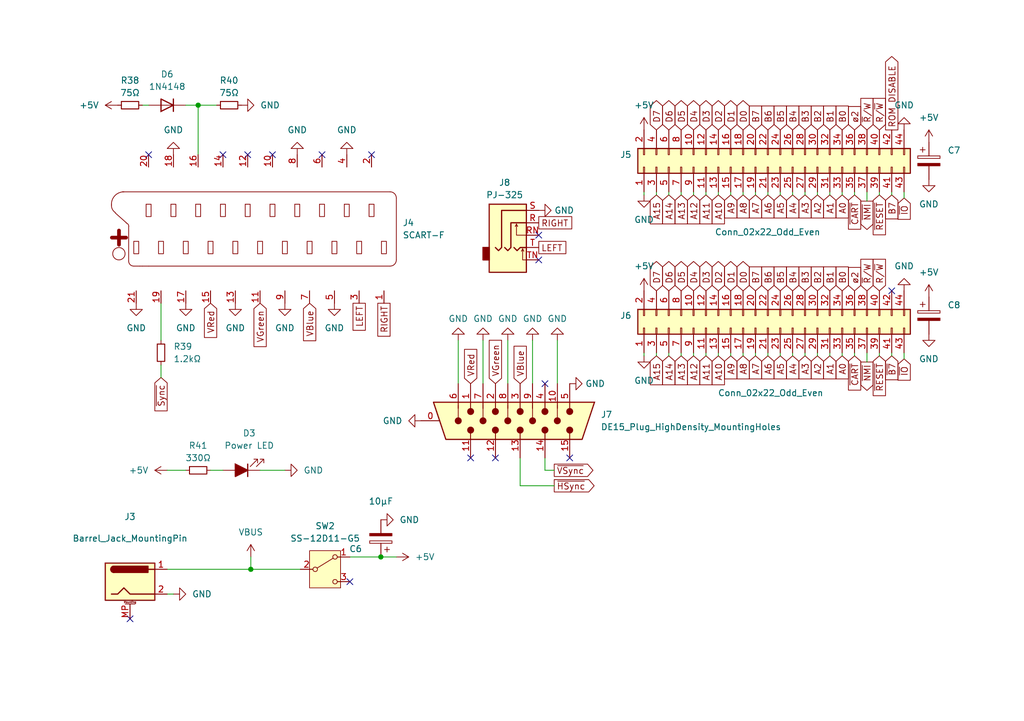
<source format=kicad_sch>
(kicad_sch (version 20231120) (generator "eeschema") (generator_version "8.0")
  (paper "A5")
  (title_block (title "Ports"))
  (lib_symbols
    (symbol "Connector:Barrel_Jack_MountingPin" (pin_names hide)
      (property "Reference" "J" (at 0 5.334 0))
      (property "Value" "Barrel_Jack_MountingPin" (at 1.27 -6.35 0))
      (symbol "Barrel_Jack_MountingPin_0_1"
        (rectangle (start -5.08 3.81) (end 5.08 -3.81) (stroke (width 0.254)) (fill (type background)))
        (arc (start -3.302 3.175) (mid -3.9343 2.54) (end -3.302 1.905) (stroke (width 0.254)))
        (arc (start -3.302 3.175) (mid -3.9343 2.54) (end -3.302 1.905) (stroke (width 0.254)) (fill (type outline)))
        (polyline (pts (xy 5.08 2.54) (xy 3.81 2.54)) (stroke (width 0.254)))
        (polyline (pts (xy -3.81 -2.54) (xy -2.54 -2.54) (xy -1.27 -1.27) (xy 0 -2.54) (xy 2.54 -2.54) (xy 5.08 -2.54)) (stroke (width 0.254)))
        (rectangle (start 3.683 3.175) (end -3.302 1.905) (stroke (width 0.254)) (fill (type outline)))
      )
      (symbol "Barrel_Jack_MountingPin_1_1"
        (polyline (pts (xy -1.016 -4.572) (xy 1.016 -4.572)) (stroke (width 0.1524)))
        (text "Mounting" (at 0 -4.191 0) (effects (font (size 0.381 0.381))))
        (pin passive line (at 7.62 2.54 180) (length 2.54) (name "~") (number "1"))
        (pin passive line (at 7.62 -2.54 180) (length 2.54) (name "~") (number "2"))
        (pin passive line (at 0 -7.62 90) (length 3.048) (name "MountPin") (number "MP"))
      )
    )
    (symbol "Connector:DE15_Plug_HighDensity_MountingHoles" (pin_names (offset 1.016) hide)
      (property "Reference" "J" (at 0 21.59 0))
      (property "Value" "DE15_Plug_HighDensity_MountingHoles" (at 0 19.05 0))
      (symbol "DE15_Plug_HighDensity_MountingHoles_0_1"
        (circle (center -1.905 -7.62) (radius 0.635) (fill (type outline)))
        (circle (center -1.905 -2.54) (radius 0.635) (fill (type outline)))
        (circle (center -1.905 2.54) (radius 0.635) (fill (type outline)))
        (circle (center -1.905 7.62) (radius 0.635) (fill (type outline)))
        (circle (center -1.905 12.7) (radius 0.635) (fill (type outline)))
        (circle (center 0 -10.16) (radius 0.635) (fill (type outline)))
        (circle (center 0 -5.08) (radius 0.635) (fill (type outline)))
        (polyline (pts (xy -3.175 -5.08) (xy -0.635 -5.08)))
        (polyline (pts (xy -0.635 -10.16) (xy -3.175 -10.16)))
        (polyline (pts (xy -0.635 0) (xy -3.175 0)))
        (polyline (pts (xy -0.635 5.08) (xy -3.175 5.08)))
        (polyline (pts (xy -0.635 10.16) (xy -3.175 10.16)))
        (polyline (pts (xy -3.81 17.78) (xy -3.81 -15.24) (xy 3.81 -12.7) (xy 3.81 15.24) (xy -3.81 17.78)) (stroke (width 0.254)) (fill (type background)))
        (circle (center 0 0) (radius 0.635) (fill (type outline)))
        (circle (center 0 5.08) (radius 0.635) (fill (type outline)))
        (circle (center 0 10.16) (radius 0.635) (fill (type outline)))
        (circle (center 1.905 -7.62) (radius 0.635) (fill (type outline)))
        (circle (center 1.905 -2.54) (radius 0.635) (fill (type outline)))
        (circle (center 1.905 2.54) (radius 0.635) (fill (type outline)))
        (circle (center 1.905 7.62) (radius 0.635) (fill (type outline)))
        (circle (center 1.905 12.7) (radius 0.635) (fill (type outline)))
      )
      (symbol "DE15_Plug_HighDensity_MountingHoles_1_1"
        (pin passive line (at 0 -17.78 90) (length 3.81) (name "~") (number "0"))
        (pin passive line (at -7.62 -7.62 0) (length 5.08) (name "~") (number "1"))
        (pin passive line (at -7.62 10.16 0) (length 5.08) (name "~") (number "10"))
        (pin passive line (at 7.62 -7.62 180) (length 5.08) (name "~") (number "11"))
        (pin passive line (at 7.62 -2.54 180) (length 5.08) (name "~") (number "12"))
        (pin passive line (at 7.62 2.54 180) (length 5.08) (name "~") (number "13"))
        (pin passive line (at 7.62 7.62 180) (length 5.08) (name "~") (number "14"))
        (pin passive line (at 7.62 12.7 180) (length 5.08) (name "~") (number "15"))
        (pin passive line (at -7.62 -2.54 0) (length 5.08) (name "~") (number "2"))
        (pin passive line (at -7.62 2.54 0) (length 5.08) (name "~") (number "3"))
        (pin passive line (at -7.62 7.62 0) (length 5.08) (name "~") (number "4"))
        (pin passive line (at -7.62 12.7 0) (length 5.08) (name "~") (number "5"))
        (pin passive line (at -7.62 -10.16 0) (length 5.08) (name "~") (number "6"))
        (pin passive line (at -7.62 -5.08 0) (length 5.08) (name "~") (number "7"))
        (pin passive line (at -7.62 0 0) (length 5.08) (name "~") (number "8"))
        (pin passive line (at -7.62 5.08 0) (length 5.08) (name "~") (number "9"))
      )
    )
    (symbol "Connector:SCART-F" (pin_names (offset 0.762) hide)
      (property "Reference" "J" (at 0 31.75 0))
      (property "Value" "SCART-F" (at 1.016 -29.21 0))
      (symbol "SCART-F_0_1"
        (arc (start -7.62 -26.67) (mid -7.248 -27.568) (end -6.35 -27.94))
        (arc (start -6.604 26.9494) (mid -7.3224 26.6518) (end -7.62 25.9334))
        (rectangle (start -5.08 -24.892) (end -2.54 -25.908))
        (rectangle (start -5.08 -19.812) (end -2.54 -20.828))
        (rectangle (start -5.08 -14.732) (end -2.54 -15.748))
        (rectangle (start -5.08 -9.652) (end -2.54 -10.668))
        (rectangle (start -5.08 -4.572) (end -2.54 -5.588))
        (rectangle (start -5.08 0.508) (end -2.54 -0.508))
        (rectangle (start -5.08 5.588) (end -2.54 4.572))
        (rectangle (start -5.08 10.668) (end -2.54 9.652))
        (rectangle (start -5.08 15.748) (end -2.54 14.732))
        (rectangle (start -5.08 20.828) (end -2.54 19.812))
        (rectangle (start -5.08 25.908) (end -2.54 24.892))
        (circle (center -5.08 28.956) (radius 1.27))
        (polyline (pts (xy -7.62 22.86) (xy -7.62 -26.67)))
        (polyline (pts (xy -7.62 22.86) (xy -7.62 24.13)))
        (polyline (pts (xy -7.62 24.6634) (xy -7.62 24.13)))
        (polyline (pts (xy -7.62 24.6634) (xy -7.62 25.9334)))
        (polyline (pts (xy -6.604 26.9494) (xy 0.508 26.9494)))
        (polyline (pts (xy -6.35 -27.94) (xy 6.35 -27.94)))
        (polyline (pts (xy 3.302 29.718) (xy 1.27 27.432)))
        (polyline (pts (xy 4.826 30.48) (xy 5.08 30.48)))
        (polyline (pts (xy 7.62 -26.67) (xy 7.62 28.2194)))
        (arc (start 0.508 26.924) (mid 0.9569 27.0702) (end 1.2192 27.4574))
        (rectangle (start 2.54 -22.352) (end 5.08 -23.368))
        (rectangle (start 2.54 -17.272) (end 5.08 -18.288))
        (rectangle (start 2.54 -12.192) (end 5.08 -13.208))
        (rectangle (start 2.54 -7.112) (end 5.08 -8.128))
        (rectangle (start 2.54 -2.032) (end 5.08 -3.048))
        (rectangle (start 2.54 3.048) (end 5.08 2.032))
        (rectangle (start 2.54 8.128) (end 5.08 7.112))
        (rectangle (start 2.54 13.208) (end 5.08 12.192))
        (rectangle (start 2.54 18.288) (end 5.08 17.272))
        (rectangle (start 2.54 23.368) (end 5.08 22.352))
        (arc (start 4.826 30.48) (mid 3.999 30.2726) (end 3.3782 29.6926))
        (arc (start 6.35 -27.94) (mid 7.248 -27.568) (end 7.62 -26.67))
        (arc (start 7.62 27.94) (mid 6.8761 29.7361) (end 5.08 30.48))
        (text "+" (at -1.778 29.21 0) (effects (font (size 3.81 3.81) (bold yes))))
      )
      (symbol "SCART-F_1_1"
        (pin passive line (at -15.24 -25.4 0) (length 2.54) (name "P1") (number "1"))
        (pin passive line (at 15.24 -2.54 180) (length 2.54) (name "P10") (number "10"))
        (pin passive line (at -15.24 0 0) (length 2.54) (name "P11") (number "11"))
        (pin passive line (at 15.24 2.54 180) (length 2.54) (name "P12") (number "12"))
        (pin passive line (at -15.24 5.08 0) (length 2.54) (name "P13") (number "13"))
        (pin passive line (at 15.24 7.62 180) (length 2.54) (name "P14") (number "14"))
        (pin passive line (at -15.24 10.16 0) (length 2.54) (name "P15") (number "15"))
        (pin passive line (at 15.24 12.7 180) (length 2.54) (name "P16") (number "16"))
        (pin passive line (at -15.24 15.24 0) (length 2.54) (name "P17") (number "17"))
        (pin passive line (at 15.24 17.78 180) (length 2.54) (name "P18") (number "18"))
        (pin passive line (at -15.24 20.32 0) (length 2.54) (name "P19") (number "19"))
        (pin passive line (at 15.24 -22.86 180) (length 2.54) (name "P2") (number "2"))
        (pin passive line (at 15.24 22.86 180) (length 2.54) (name "P20") (number "20"))
        (pin passive line (at -15.24 25.4 0) (length 2.54) (name "P21") (number "21"))
        (pin passive line (at -15.24 -20.32 0) (length 2.54) (name "P3") (number "3"))
        (pin passive line (at 15.24 -17.78 180) (length 2.54) (name "P4") (number "4"))
        (pin passive line (at -15.24 -15.24 0) (length 2.54) (name "P5") (number "5"))
        (pin passive line (at 15.24 -12.7 180) (length 2.54) (name "P6") (number "6"))
        (pin passive line (at -15.24 -10.16 0) (length 2.54) (name "P7") (number "7"))
        (pin passive line (at 15.24 -7.62 180) (length 2.54) (name "P8") (number "8"))
        (pin passive line (at -15.24 -5.08 0) (length 2.54) (name "P9") (number "9"))
      )
    )
    (symbol "Connector_Audio:AudioJack3_SwitchTR"
      (property "Reference" "J" (at 0 8.89 0))
      (property "Value" "AudioJack3_SwitchTR" (at 0 6.35 0))
      (symbol "AudioJack3_SwitchTR_0_1"
        (rectangle (start -5.08 -5.08) (end -6.35 -7.62) (stroke (width 0.254)) (fill (type outline)))
        (polyline (pts (xy 0.508 -0.254) (xy 0.762 -0.762)))
        (polyline (pts (xy 1.778 -5.334) (xy 2.032 -5.842)))
        (polyline (pts (xy 0 -5.08) (xy 0.635 -5.715) (xy 1.27 -5.08) (xy 2.54 -5.08)) (stroke (width 0.254)))
        (polyline (pts (xy 2.54 -7.62) (xy 1.778 -7.62) (xy 1.778 -5.334) (xy 1.524 -5.842)))
        (polyline (pts (xy 2.54 -2.54) (xy 0.508 -2.54) (xy 0.508 -0.254) (xy 0.254 -0.762)))
        (polyline (pts (xy -1.905 -5.08) (xy -1.27 -5.715) (xy -0.635 -5.08) (xy -0.635 0) (xy 2.54 0)) (stroke (width 0.254)))
        (polyline (pts (xy 2.54 2.54) (xy -2.54 2.54) (xy -2.54 -5.08) (xy -3.175 -5.715) (xy -3.81 -5.08)) (stroke (width 0.254)))
        (rectangle (start 2.54 3.81) (end -5.08 -10.16) (stroke (width 0.254)) (fill (type background)))
      )
      (symbol "AudioJack3_SwitchTR_1_1"
        (pin passive line (at 5.08 0 180) (length 2.54) (name "~") (number "R"))
        (pin passive line (at 5.08 -2.54 180) (length 2.54) (name "~") (number "RN"))
        (pin passive line (at 5.08 2.54 180) (length 2.54) (name "~") (number "S"))
        (pin passive line (at 5.08 -5.08 180) (length 2.54) (name "~") (number "T"))
        (pin passive line (at 5.08 -7.62 180) (length 2.54) (name "~") (number "TN"))
      )
    )
    (symbol "Connector_Generic:Conn_02x22_Odd_Even" (pin_names (offset 1.016) hide)
      (property "Reference" "J" (at 1.27 27.94 0))
      (property "Value" "Conn_02x22_Odd_Even" (at 1.27 -30.48 0))
      (symbol "Conn_02x22_Odd_Even_1_1"
        (rectangle (start -1.27 -27.813) (end 0 -28.067) (stroke (width 0.1524)))
        (rectangle (start -1.27 -25.273) (end 0 -25.527) (stroke (width 0.1524)))
        (rectangle (start -1.27 -22.733) (end 0 -22.987) (stroke (width 0.1524)))
        (rectangle (start -1.27 -20.193) (end 0 -20.447) (stroke (width 0.1524)))
        (rectangle (start -1.27 -17.653) (end 0 -17.907) (stroke (width 0.1524)))
        (rectangle (start -1.27 -15.113) (end 0 -15.367) (stroke (width 0.1524)))
        (rectangle (start -1.27 -12.573) (end 0 -12.827) (stroke (width 0.1524)))
        (rectangle (start -1.27 -10.033) (end 0 -10.287) (stroke (width 0.1524)))
        (rectangle (start -1.27 -7.493) (end 0 -7.747) (stroke (width 0.1524)))
        (rectangle (start -1.27 -4.953) (end 0 -5.207) (stroke (width 0.1524)))
        (rectangle (start -1.27 -2.413) (end 0 -2.667) (stroke (width 0.1524)))
        (rectangle (start -1.27 0.127) (end 0 -0.127) (stroke (width 0.1524)))
        (rectangle (start -1.27 2.667) (end 0 2.413) (stroke (width 0.1524)))
        (rectangle (start -1.27 5.207) (end 0 4.953) (stroke (width 0.1524)))
        (rectangle (start -1.27 7.747) (end 0 7.493) (stroke (width 0.1524)))
        (rectangle (start -1.27 10.287) (end 0 10.033) (stroke (width 0.1524)))
        (rectangle (start -1.27 12.827) (end 0 12.573) (stroke (width 0.1524)))
        (rectangle (start -1.27 15.367) (end 0 15.113) (stroke (width 0.1524)))
        (rectangle (start -1.27 17.907) (end 0 17.653) (stroke (width 0.1524)))
        (rectangle (start -1.27 20.447) (end 0 20.193) (stroke (width 0.1524)))
        (rectangle (start -1.27 22.987) (end 0 22.733) (stroke (width 0.1524)))
        (rectangle (start -1.27 25.527) (end 0 25.273) (stroke (width 0.1524)))
        (rectangle (start -1.27 26.67) (end 3.81 -29.21) (stroke (width 0.254)) (fill (type background)))
        (rectangle (start 3.81 -27.813) (end 2.54 -28.067) (stroke (width 0.1524)))
        (rectangle (start 3.81 -25.273) (end 2.54 -25.527) (stroke (width 0.1524)))
        (rectangle (start 3.81 -22.733) (end 2.54 -22.987) (stroke (width 0.1524)))
        (rectangle (start 3.81 -20.193) (end 2.54 -20.447) (stroke (width 0.1524)))
        (rectangle (start 3.81 -17.653) (end 2.54 -17.907) (stroke (width 0.1524)))
        (rectangle (start 3.81 -15.113) (end 2.54 -15.367) (stroke (width 0.1524)))
        (rectangle (start 3.81 -12.573) (end 2.54 -12.827) (stroke (width 0.1524)))
        (rectangle (start 3.81 -10.033) (end 2.54 -10.287) (stroke (width 0.1524)))
        (rectangle (start 3.81 -7.493) (end 2.54 -7.747) (stroke (width 0.1524)))
        (rectangle (start 3.81 -4.953) (end 2.54 -5.207) (stroke (width 0.1524)))
        (rectangle (start 3.81 -2.413) (end 2.54 -2.667) (stroke (width 0.1524)))
        (rectangle (start 3.81 0.127) (end 2.54 -0.127) (stroke (width 0.1524)))
        (rectangle (start 3.81 2.667) (end 2.54 2.413) (stroke (width 0.1524)))
        (rectangle (start 3.81 5.207) (end 2.54 4.953) (stroke (width 0.1524)))
        (rectangle (start 3.81 7.747) (end 2.54 7.493) (stroke (width 0.1524)))
        (rectangle (start 3.81 10.287) (end 2.54 10.033) (stroke (width 0.1524)))
        (rectangle (start 3.81 12.827) (end 2.54 12.573) (stroke (width 0.1524)))
        (rectangle (start 3.81 15.367) (end 2.54 15.113) (stroke (width 0.1524)))
        (rectangle (start 3.81 17.907) (end 2.54 17.653) (stroke (width 0.1524)))
        (rectangle (start 3.81 20.447) (end 2.54 20.193) (stroke (width 0.1524)))
        (rectangle (start 3.81 22.987) (end 2.54 22.733) (stroke (width 0.1524)))
        (rectangle (start 3.81 25.527) (end 2.54 25.273) (stroke (width 0.1524)))
        (pin passive line (at -5.08 25.4 0) (length 3.81) (name "Pin_1") (number "1"))
        (pin passive line (at 7.62 15.24 180) (length 3.81) (name "Pin_10") (number "10"))
        (pin passive line (at -5.08 12.7 0) (length 3.81) (name "Pin_11") (number "11"))
        (pin passive line (at 7.62 12.7 180) (length 3.81) (name "Pin_12") (number "12"))
        (pin passive line (at -5.08 10.16 0) (length 3.81) (name "Pin_13") (number "13"))
        (pin passive line (at 7.62 10.16 180) (length 3.81) (name "Pin_14") (number "14"))
        (pin passive line (at -5.08 7.62 0) (length 3.81) (name "Pin_15") (number "15"))
        (pin passive line (at 7.62 7.62 180) (length 3.81) (name "Pin_16") (number "16"))
        (pin passive line (at -5.08 5.08 0) (length 3.81) (name "Pin_17") (number "17"))
        (pin passive line (at 7.62 5.08 180) (length 3.81) (name "Pin_18") (number "18"))
        (pin passive line (at -5.08 2.54 0) (length 3.81) (name "Pin_19") (number "19"))
        (pin passive line (at 7.62 25.4 180) (length 3.81) (name "Pin_2") (number "2"))
        (pin passive line (at 7.62 2.54 180) (length 3.81) (name "Pin_20") (number "20"))
        (pin passive line (at -5.08 0 0) (length 3.81) (name "Pin_21") (number "21"))
        (pin passive line (at 7.62 0 180) (length 3.81) (name "Pin_22") (number "22"))
        (pin passive line (at -5.08 -2.54 0) (length 3.81) (name "Pin_23") (number "23"))
        (pin passive line (at 7.62 -2.54 180) (length 3.81) (name "Pin_24") (number "24"))
        (pin passive line (at -5.08 -5.08 0) (length 3.81) (name "Pin_25") (number "25"))
        (pin passive line (at 7.62 -5.08 180) (length 3.81) (name "Pin_26") (number "26"))
        (pin passive line (at -5.08 -7.62 0) (length 3.81) (name "Pin_27") (number "27"))
        (pin passive line (at 7.62 -7.62 180) (length 3.81) (name "Pin_28") (number "28"))
        (pin passive line (at -5.08 -10.16 0) (length 3.81) (name "Pin_29") (number "29"))
        (pin passive line (at -5.08 22.86 0) (length 3.81) (name "Pin_3") (number "3"))
        (pin passive line (at 7.62 -10.16 180) (length 3.81) (name "Pin_30") (number "30"))
        (pin passive line (at -5.08 -12.7 0) (length 3.81) (name "Pin_31") (number "31"))
        (pin passive line (at 7.62 -12.7 180) (length 3.81) (name "Pin_32") (number "32"))
        (pin passive line (at -5.08 -15.24 0) (length 3.81) (name "Pin_33") (number "33"))
        (pin passive line (at 7.62 -15.24 180) (length 3.81) (name "Pin_34") (number "34"))
        (pin passive line (at -5.08 -17.78 0) (length 3.81) (name "Pin_35") (number "35"))
        (pin passive line (at 7.62 -17.78 180) (length 3.81) (name "Pin_36") (number "36"))
        (pin passive line (at -5.08 -20.32 0) (length 3.81) (name "Pin_37") (number "37"))
        (pin passive line (at 7.62 -20.32 180) (length 3.81) (name "Pin_38") (number "38"))
        (pin passive line (at -5.08 -22.86 0) (length 3.81) (name "Pin_39") (number "39"))
        (pin passive line (at 7.62 22.86 180) (length 3.81) (name "Pin_4") (number "4"))
        (pin passive line (at 7.62 -22.86 180) (length 3.81) (name "Pin_40") (number "40"))
        (pin passive line (at -5.08 -25.4 0) (length 3.81) (name "Pin_41") (number "41"))
        (pin passive line (at 7.62 -25.4 180) (length 3.81) (name "Pin_42") (number "42"))
        (pin passive line (at -5.08 -27.94 0) (length 3.81) (name "Pin_43") (number "43"))
        (pin passive line (at 7.62 -27.94 180) (length 3.81) (name "Pin_44") (number "44"))
        (pin passive line (at -5.08 20.32 0) (length 3.81) (name "Pin_5") (number "5"))
        (pin passive line (at 7.62 20.32 180) (length 3.81) (name "Pin_6") (number "6"))
        (pin passive line (at -5.08 17.78 0) (length 3.81) (name "Pin_7") (number "7"))
        (pin passive line (at 7.62 17.78 180) (length 3.81) (name "Pin_8") (number "8"))
        (pin passive line (at -5.08 15.24 0) (length 3.81) (name "Pin_9") (number "9"))
      )
    )
    (symbol "Device:C_Polarized" (pin_numbers hide) (pin_names (offset 0.254))
      (property "Reference" "C" (at 0.635 2.54 0))
      (property "Value" "C_Polarized" (at 0.635 -2.54 0))
      (symbol "C_Polarized_0_1"
        (rectangle (start -2.286 0.508) (end 2.286 1.016))
        (polyline (pts (xy -1.778 2.286) (xy -0.762 2.286)))
        (polyline (pts (xy -1.27 2.794) (xy -1.27 1.778)))
        (rectangle (start 2.286 -0.508) (end -2.286 -1.016) (fill (type outline)))
      )
      (symbol "C_Polarized_1_1"
        (pin passive line (at 0 3.81 270) (length 2.794) (name "~") (number "1"))
        (pin passive line (at 0 -3.81 90) (length 2.794) (name "~") (number "2"))
      )
    )
    (symbol "Device:LED_Filled" (pin_numbers hide) (pin_names (offset 1.016) hide)
      (property "Reference" "D" (at 0 2.54 0))
      (property "Value" "LED_Filled" (at 0 -2.54 0))
      (symbol "LED_Filled_0_1"
        (polyline (pts (xy -1.27 -1.27) (xy -1.27 1.27)) (stroke (width 0.254)))
        (polyline (pts (xy -1.27 0) (xy 1.27 0)))
        (polyline (pts (xy 1.27 -1.27) (xy 1.27 1.27) (xy -1.27 0) (xy 1.27 -1.27)) (stroke (width 0.254)) (fill (type outline)))
        (polyline (pts (xy -3.048 -0.762) (xy -4.572 -2.286) (xy -3.81 -2.286) (xy -4.572 -2.286) (xy -4.572 -1.524)))
        (polyline (pts (xy -1.778 -0.762) (xy -3.302 -2.286) (xy -2.54 -2.286) (xy -3.302 -2.286) (xy -3.302 -1.524)))
      )
      (symbol "LED_Filled_1_1"
        (pin passive line (at -3.81 0 0) (length 2.54) (name "K") (number "1"))
        (pin passive line (at 3.81 0 180) (length 2.54) (name "A") (number "2"))
      )
    )
    (symbol "Device:R_Small" (pin_numbers hide) (pin_names (offset 0.254) hide)
      (property "Reference" "R" (at 0.762 0.508 0))
      (property "Value" "R_Small" (at 0.762 -1.016 0))
      (symbol "R_Small_0_1"
        (rectangle (start -0.762 1.778) (end 0.762 -1.778) (stroke (width 0.2032)))
      )
      (symbol "R_Small_1_1"
        (pin passive line (at 0 2.54 270) (length 0.762) (name "~") (number "1"))
        (pin passive line (at 0 -2.54 90) (length 0.762) (name "~") (number "2"))
      )
    )
    (symbol "Diode:1N4148" (pin_numbers hide) (pin_names hide)
      (property "Reference" "D" (at 0 2.54 0))
      (property "Value" "1N4148" (at 0 -2.54 0))
      (symbol "1N4148_0_1"
        (polyline (pts (xy -1.27 1.27) (xy -1.27 -1.27)) (stroke (width 0.254)))
        (polyline (pts (xy 1.27 0) (xy -1.27 0)))
        (polyline (pts (xy 1.27 1.27) (xy 1.27 -1.27) (xy -1.27 0) (xy 1.27 1.27)) (stroke (width 0.254)))
      )
      (symbol "1N4148_1_1"
        (pin passive line (at -3.81 0 0) (length 2.54) (name "K") (number "1"))
        (pin passive line (at 3.81 0 180) (length 2.54) (name "A") (number "2"))
      )
    )
    (symbol "Switch:SW_SPDT" (pin_names (offset 0) hide)
      (property "Reference" "SW" (at 0 5.08 0))
      (property "Value" "SW_SPDT" (at 0 -5.08 0))
      (symbol "SW_SPDT_0_1"
        (circle (center -2.032 0) (radius 0.4572))
        (polyline (pts (xy -1.651 0.254) (xy 1.651 2.286)))
        (circle (center 2.032 -2.54) (radius 0.4572))
        (circle (center 2.032 2.54) (radius 0.4572))
      )
      (symbol "SW_SPDT_1_1"
        (rectangle (start -3.175 3.81) (end 3.175 -3.81) (fill (type background)))
        (pin passive line (at 5.08 2.54 180) (length 2.54) (name "A") (number "1"))
        (pin passive line (at -5.08 0 0) (length 2.54) (name "B") (number "2"))
        (pin passive line (at 5.08 -2.54 180) (length 2.54) (name "C") (number "3"))
      )
    )
    (symbol "power:+5V" (power) (pin_names (offset 0))
      (property "Value" "+5V" (at 0 3.556 0))
      (symbol "+5V_0_1"
        (polyline (pts (xy -0.762 1.27) (xy 0 2.54)))
        (polyline (pts (xy 0 0) (xy 0 2.54)))
        (polyline (pts (xy 0 2.54) (xy 0.762 1.27)))
      )
      (symbol "+5V_1_1"
        (pin power_in line (at 0 0 90) (length 0) hide (name "+5V") (number "1"))
      )
    )
    (symbol "power:GND" (power) (pin_names (offset 0))
      (property "Value" "GND" (at 0 -3.81 0))
      (symbol "GND_0_1"
        (polyline (pts (xy 0 0) (xy 0 -1.27) (xy 1.27 -1.27) (xy 0 -2.54) (xy -1.27 -1.27) (xy 0 -1.27)))
      )
      (symbol "GND_1_1"
        (pin power_in line (at 0 0 270) (length 0) hide (name "GND") (number "1"))
      )
    )
    (symbol "power:VBUS" (power) (pin_names (offset 0))
      (property "Value" "VBUS" (at 0 3.81 0))
      (symbol "VBUS_0_1"
        (polyline (pts (xy -0.762 1.27) (xy 0 2.54)))
        (polyline (pts (xy 0 0) (xy 0 2.54)))
        (polyline (pts (xy 0 2.54) (xy 0.762 1.27)))
      )
      (symbol "VBUS_1_1"
        (pin power_in line (at 0 0 90) (length 0) hide (name "VBUS") (number "1"))
      )
    )
  )
  (junction (at 40.64 21.59))
  (junction (at 51.435 116.84))
  (junction (at 78.105 114.3))
  (no_connect (at 101.6 93.98))
  (no_connect (at 110.49 48.26))
  (no_connect (at 182.88 59.69))
  (no_connect (at 66.04 31.75))
  (no_connect (at 55.88 31.75))
  (no_connect (at 50.8 31.75))
  (no_connect (at 26.67 127))
  (no_connect (at 71.755 119.38))
  (no_connect (at 96.52 93.98))
  (no_connect (at 111.76 78.74))
  (no_connect (at 116.84 93.98))
  (no_connect (at 110.49 53.34))
  (no_connect (at 30.48 31.75))
  (no_connect (at 76.2 31.75))
  (no_connect (at 45.72 31.75))
  (wire (pts (xy 177.8 41.275) (xy 177.8 39.37)))
  (wire (pts (xy 147.32 39.37) (xy 147.32 40.005)))
  (wire (pts (xy 170.18 39.37) (xy 170.18 40.005)))
  (wire (pts (xy 157.48 39.37) (xy 157.48 40.005)))
  (wire (pts (xy 180.34 72.39) (xy 180.34 73.025)))
  (wire (pts (xy 182.88 39.37) (xy 182.88 40.005)))
  (wire (pts (xy 157.48 72.39) (xy 157.48 73.025)))
  (wire (pts (xy 165.1 72.39) (xy 165.1 73.025)))
  (wire (pts (xy 144.78 72.39) (xy 144.78 73.025)))
  (wire (pts (xy 71.755 114.3) (xy 78.105 114.3)))
  (wire (pts (xy 177.8 74.295) (xy 177.8 72.39)))
  (wire (pts (xy 40.64 21.59) (xy 44.45 21.59)))
  (wire (pts (xy 172.72 72.39) (xy 172.72 73.025)))
  (wire (pts (xy 142.24 39.37) (xy 142.24 40.005)))
  (wire (pts (xy 113.665 96.52) (xy 111.76 96.52)))
  (wire (pts (xy 134.62 72.39) (xy 134.62 73.025)))
  (wire (pts (xy 170.18 72.39) (xy 170.18 73.025)))
  (wire (pts (xy 162.56 39.37) (xy 162.56 40.005)))
  (wire (pts (xy 154.94 72.39) (xy 154.94 73.025)))
  (wire (pts (xy 167.64 72.39) (xy 167.64 73.025)))
  (wire (pts (xy 113.665 99.695) (xy 106.68 99.695)))
  (wire (pts (xy 106.68 99.695) (xy 106.68 93.98)))
  (wire (pts (xy 132.08 39.37) (xy 132.08 40.005)))
  (wire (pts (xy 109.22 69.85) (xy 109.22 78.74)))
  (wire (pts (xy 93.98 69.85) (xy 93.98 78.74)))
  (wire (pts (xy 35.56 121.92) (xy 34.29 121.92)))
  (wire (pts (xy 29.21 21.59) (xy 30.48 21.59)))
  (wire (pts (xy 51.435 116.84) (xy 61.595 116.84)))
  (wire (pts (xy 154.94 39.37) (xy 154.94 40.005)))
  (wire (pts (xy 167.64 39.37) (xy 167.64 40.005)))
  (wire (pts (xy 137.16 72.39) (xy 137.16 73.025)))
  (wire (pts (xy 137.16 39.37) (xy 137.16 40.005)))
  (wire (pts (xy 180.34 39.37) (xy 180.34 40.005)))
  (wire (pts (xy 172.72 39.37) (xy 172.72 40.005)))
  (wire (pts (xy 175.26 39.37) (xy 175.26 40.005)))
  (wire (pts (xy 142.24 72.39) (xy 142.24 73.025)))
  (wire (pts (xy 162.56 72.39) (xy 162.56 73.025)))
  (wire (pts (xy 99.06 69.85) (xy 99.06 78.74)))
  (wire (pts (xy 160.02 72.39) (xy 160.02 73.025)))
  (wire (pts (xy 139.7 72.39) (xy 139.7 73.025)))
  (wire (pts (xy 33.02 69.85) (xy 33.02 62.23)))
  (wire (pts (xy 51.435 114.3) (xy 51.435 116.84)))
  (wire (pts (xy 104.14 69.85) (xy 104.14 78.74)))
  (wire (pts (xy 58.42 96.52) (xy 53.34 96.52)))
  (wire (pts (xy 149.86 72.39) (xy 149.86 73.025)))
  (wire (pts (xy 132.08 72.39) (xy 132.08 73.025)))
  (wire (pts (xy 175.26 72.39) (xy 175.26 73.025)))
  (wire (pts (xy 152.4 72.39) (xy 152.4 73.025)))
  (wire (pts (xy 78.105 114.3) (xy 81.28 114.3)))
  (wire (pts (xy 134.62 39.37) (xy 134.62 40.005)))
  (wire (pts (xy 40.64 21.59) (xy 40.64 31.75)))
  (wire (pts (xy 147.32 72.39) (xy 147.32 73.025)))
  (wire (pts (xy 185.42 40.64) (xy 185.42 39.37)))
  (wire (pts (xy 139.7 39.37) (xy 139.7 40.005)))
  (wire (pts (xy 33.02 77.47) (xy 33.02 74.93)))
  (wire (pts (xy 34.29 96.52) (xy 38.1 96.52)))
  (wire (pts (xy 152.4 39.37) (xy 152.4 40.005)))
  (wire (pts (xy 111.76 96.52) (xy 111.76 93.98)))
  (wire (pts (xy 149.86 39.37) (xy 149.86 40.005)))
  (wire (pts (xy 34.29 116.84) (xy 51.435 116.84)))
  (wire (pts (xy 38.1 21.59) (xy 40.64 21.59)))
  (wire (pts (xy 43.18 96.52) (xy 45.72 96.52)))
  (wire (pts (xy 182.88 72.39) (xy 182.88 73.025)))
  (wire (pts (xy 185.42 72.39) (xy 185.42 73.66)))
  (wire (pts (xy 114.3 69.85) (xy 114.3 78.74)))
  (wire (pts (xy 160.02 39.37) (xy 160.02 40.005)))
  (wire (pts (xy 144.78 39.37) (xy 144.78 40.005)))
  (wire (pts (xy 165.1 39.37) (xy 165.1 40.005)))
  (global_label "A4" (shape input) (at 162.56 40.005 270) (property "Intersheetrefs" "${INTERSHEET_REFS}" (effects (hide yes))))
  (global_label "A1" (shape input) (at 170.18 73.025 270) (property "Intersheetrefs" "${INTERSHEET_REFS}" (effects (hide yes))))
  (global_label "A7" (shape input) (at 154.94 40.005 270) (property "Intersheetrefs" "${INTERSHEET_REFS}" (effects (hide yes))))
  (global_label "D1" (shape bidirectional) (at 149.86 26.67 90) (property "Intersheetrefs" "${INTERSHEET_REFS}" (effects (hide yes))))
  (global_label "A11" (shape input) (at 144.78 73.025 270) (property "Intersheetrefs" "${INTERSHEET_REFS}" (effects (hide yes))))
  (global_label "~{HSync}" (shape output) (at 113.665 99.695 0) (property "Intersheetrefs" "${INTERSHEET_REFS}" (effects (hide yes))))
  (global_label "~{Sync}" (shape input) (at 33.02 77.47 270) (property "Intersheetrefs" "${INTERSHEET_REFS}" (effects (hide yes))))
  (global_label "D4" (shape bidirectional) (at 142.24 26.67 90) (property "Intersheetrefs" "${INTERSHEET_REFS}" (effects (hide yes))))
  (global_label "A10" (shape input) (at 147.32 40.005 270) (property "Intersheetrefs" "${INTERSHEET_REFS}" (effects (hide yes))))
  (global_label "A8" (shape input) (at 152.4 73.025 270) (property "Intersheetrefs" "${INTERSHEET_REFS}" (effects (hide yes))))
  (global_label "B3" (shape input) (at 165.1 59.69 90) (property "Intersheetrefs" "${INTERSHEET_REFS}" (effects (hide yes))))
  (global_label "B7" (shape input) (at 154.94 59.69 90) (property "Intersheetrefs" "${INTERSHEET_REFS}" (effects (hide yes))))
  (global_label "A9" (shape input) (at 149.86 73.025 270) (property "Intersheetrefs" "${INTERSHEET_REFS}" (effects (hide yes))))
  (global_label "B2" (shape input) (at 167.64 26.67 90) (property "Intersheetrefs" "${INTERSHEET_REFS}" (effects (hide yes))))
  (global_label "VRed" (shape input) (at 43.18 62.23 270) (property "Intersheetrefs" "${INTERSHEET_REFS}" (effects (hide yes))))
  (global_label "A13" (shape input) (at 139.7 40.005 270) (property "Intersheetrefs" "${INTERSHEET_REFS}" (effects (hide yes))))
  (global_label "B6" (shape input) (at 157.48 59.69 90) (property "Intersheetrefs" "${INTERSHEET_REFS}" (effects (hide yes))))
  (global_label "A0" (shape input) (at 172.72 73.025 270) (property "Intersheetrefs" "${INTERSHEET_REFS}" (effects (hide yes))))
  (global_label "D2" (shape bidirectional) (at 147.32 26.67 90) (property "Intersheetrefs" "${INTERSHEET_REFS}" (effects (hide yes))))
  (global_label "A10" (shape input) (at 147.32 73.025 270) (property "Intersheetrefs" "${INTERSHEET_REFS}" (effects (hide yes))))
  (global_label "~{B7}" (shape input) (at 182.88 73.025 270) (property "Intersheetrefs" "${INTERSHEET_REFS}" (effects (hide yes))))
  (global_label "A4" (shape input) (at 162.56 73.025 270) (property "Intersheetrefs" "${INTERSHEET_REFS}" (effects (hide yes))))
  (global_label "D3" (shape bidirectional) (at 144.78 59.69 90) (property "Intersheetrefs" "${INTERSHEET_REFS}" (effects (hide yes))))
  (global_label "~{RESET}" (shape input) (at 180.34 73.025 270) (property "Intersheetrefs" "${INTERSHEET_REFS}" (effects (hide yes))))
  (global_label "D4" (shape bidirectional) (at 142.24 59.69 90) (property "Intersheetrefs" "${INTERSHEET_REFS}" (effects (hide yes))))
  (global_label "R{slash}~{W}" (shape input) (at 180.34 59.69 90) (property "Intersheetrefs" "${INTERSHEET_REFS}" (effects (hide yes))))
  (global_label "A5" (shape input) (at 160.02 40.005 270) (property "Intersheetrefs" "${INTERSHEET_REFS}" (effects (hide yes))))
  (global_label "A11" (shape input) (at 144.78 40.005 270) (property "Intersheetrefs" "${INTERSHEET_REFS}" (effects (hide yes))))
  (global_label "R{slash}~{W}" (shape input) (at 180.34 26.67 90) (property "Intersheetrefs" "${INTERSHEET_REFS}" (effects (hide yes))))
  (global_label "ø2" (shape input) (at 175.26 59.69 90) (property "Intersheetrefs" "${INTERSHEET_REFS}" (effects (hide yes))))
  (global_label "ROM DISABLE" (shape output) (at 182.88 26.67 90) (property "Intersheetrefs" "${INTERSHEET_REFS}" (effects (hide yes))))
  (global_label "B0" (shape input) (at 172.72 59.69 90) (property "Intersheetrefs" "${INTERSHEET_REFS}" (effects (hide yes))))
  (global_label "D3" (shape bidirectional) (at 144.78 26.67 90) (property "Intersheetrefs" "${INTERSHEET_REFS}" (effects (hide yes))))
  (global_label "B4" (shape input) (at 162.56 59.69 90) (property "Intersheetrefs" "${INTERSHEET_REFS}" (effects (hide yes))))
  (global_label "A3" (shape input) (at 165.1 40.005 270) (property "Intersheetrefs" "${INTERSHEET_REFS}" (effects (hide yes))))
  (global_label "D7" (shape bidirectional) (at 134.62 26.67 90) (property "Intersheetrefs" "${INTERSHEET_REFS}" (effects (hide yes))))
  (global_label "LEFT" (shape passive) (at 73.66 62.23 270) (property "Intersheetrefs" "${INTERSHEET_REFS}" (effects (hide yes))))
  (global_label "A12" (shape input) (at 142.24 40.005 270) (property "Intersheetrefs" "${INTERSHEET_REFS}" (effects (hide yes))))
  (global_label "VBlue" (shape input) (at 63.5 62.23 270) (property "Intersheetrefs" "${INTERSHEET_REFS}" (effects (hide yes))))
  (global_label "B3" (shape input) (at 165.1 26.67 90) (property "Intersheetrefs" "${INTERSHEET_REFS}" (effects (hide yes))))
  (global_label "D6" (shape bidirectional) (at 137.16 26.67 90) (property "Intersheetrefs" "${INTERSHEET_REFS}" (effects (hide yes))))
  (global_label "~{CART}" (shape input) (at 175.26 73.025 270) (property "Intersheetrefs" "${INTERSHEET_REFS}" (effects (hide yes))))
  (global_label "VGreen" (shape input) (at 101.6 78.74 90) (property "Intersheetrefs" "${INTERSHEET_REFS}" (effects (hide yes))))
  (global_label "LEFT" (shape passive) (at 110.49 50.8 0) (property "Intersheetrefs" "${INTERSHEET_REFS}" (effects (hide yes))))
  (global_label "A8" (shape input) (at 152.4 40.005 270) (property "Intersheetrefs" "${INTERSHEET_REFS}" (effects (hide yes))))
  (global_label "D5" (shape bidirectional) (at 139.7 26.67 90) (property "Intersheetrefs" "${INTERSHEET_REFS}" (effects (hide yes))))
  (global_label "RIGHT" (shape passive) (at 110.49 45.72 0) (property "Intersheetrefs" "${INTERSHEET_REFS}" (effects (hide yes))))
  (global_label "RIGHT" (shape passive) (at 78.74 62.23 270) (property "Intersheetrefs" "${INTERSHEET_REFS}" (effects (hide yes))))
  (global_label "B7" (shape input) (at 182.88 40.005 270) (property "Intersheetrefs" "${INTERSHEET_REFS}" (effects (hide yes))))
  (global_label "D5" (shape bidirectional) (at 139.7 59.69 90) (property "Intersheetrefs" "${INTERSHEET_REFS}" (effects (hide yes))))
  (global_label "VRed" (shape input) (at 96.52 78.74 90) (property "Intersheetrefs" "${INTERSHEET_REFS}" (effects (hide yes))))
  (global_label "B5" (shape input) (at 160.02 26.67 90) (property "Intersheetrefs" "${INTERSHEET_REFS}" (effects (hide yes))))
  (global_label "B1" (shape input) (at 170.18 26.67 90) (property "Intersheetrefs" "${INTERSHEET_REFS}" (effects (hide yes))))
  (global_label "B5" (shape input) (at 160.02 59.69 90) (property "Intersheetrefs" "${INTERSHEET_REFS}" (effects (hide yes))))
  (global_label "A14" (shape input) (at 137.16 40.005 270) (property "Intersheetrefs" "${INTERSHEET_REFS}" (effects (hide yes))))
  (global_label "~{VSync}" (shape output) (at 113.665 96.52 0) (property "Intersheetrefs" "${INTERSHEET_REFS}" (effects (hide yes))))
  (global_label "D7" (shape bidirectional) (at 134.62 59.69 90) (property "Intersheetrefs" "${INTERSHEET_REFS}" (effects (hide yes))))
  (global_label "A15" (shape input) (at 134.62 73.025 270) (property "Intersheetrefs" "${INTERSHEET_REFS}" (effects (hide yes))))
  (global_label "A12" (shape input) (at 142.24 73.025 270) (property "Intersheetrefs" "${INTERSHEET_REFS}" (effects (hide yes))))
  (global_label "D0" (shape bidirectional) (at 152.4 26.67 90) (property "Intersheetrefs" "${INTERSHEET_REFS}" (effects (hide yes))))
  (global_label "~{NMI}" (shape output) (at 177.8 74.295 270) (property "Intersheetrefs" "${INTERSHEET_REFS}" (effects (hide yes))))
  (global_label "~{R}{slash}W" (shape input) (at 177.8 59.69 90) (property "Intersheetrefs" "${INTERSHEET_REFS}" (effects (hide yes))))
  (global_label "B0" (shape input) (at 172.72 26.67 90) (property "Intersheetrefs" "${INTERSHEET_REFS}" (effects (hide yes))))
  (global_label "B2" (shape input) (at 167.64 59.69 90) (property "Intersheetrefs" "${INTERSHEET_REFS}" (effects (hide yes))))
  (global_label "A9" (shape input) (at 149.86 40.005 270) (property "Intersheetrefs" "${INTERSHEET_REFS}" (effects (hide yes))))
  (global_label "D1" (shape bidirectional) (at 149.86 59.69 90) (property "Intersheetrefs" "${INTERSHEET_REFS}" (effects (hide yes))))
  (global_label "A6" (shape input) (at 157.48 40.005 270) (property "Intersheetrefs" "${INTERSHEET_REFS}" (effects (hide yes))))
  (global_label "A2" (shape input) (at 167.64 40.005 270) (property "Intersheetrefs" "${INTERSHEET_REFS}" (effects (hide yes))))
  (global_label "D0" (shape bidirectional) (at 152.4 59.69 90) (property "Intersheetrefs" "${INTERSHEET_REFS}" (effects (hide yes))))
  (global_label "ø2" (shape input) (at 175.26 26.67 90) (property "Intersheetrefs" "${INTERSHEET_REFS}" (effects (hide yes))))
  (global_label "A2" (shape input) (at 167.64 73.025 270) (property "Intersheetrefs" "${INTERSHEET_REFS}" (effects (hide yes))))
  (global_label "A1" (shape input) (at 170.18 40.005 270) (property "Intersheetrefs" "${INTERSHEET_REFS}" (effects (hide yes))))
  (global_label "~{NMI}" (shape output) (at 177.8 41.275 270) (property "Intersheetrefs" "${INTERSHEET_REFS}" (effects (hide yes))))
  (global_label "A3" (shape input) (at 165.1 73.025 270) (property "Intersheetrefs" "${INTERSHEET_REFS}" (effects (hide yes))))
  (global_label "B7" (shape input) (at 154.94 26.67 90) (property "Intersheetrefs" "${INTERSHEET_REFS}" (effects (hide yes))))
  (global_label "A0" (shape input) (at 172.72 40.005 270) (property "Intersheetrefs" "${INTERSHEET_REFS}" (effects (hide yes))))
  (global_label "~{IO}" (shape input) (at 185.42 73.66 270) (property "Intersheetrefs" "${INTERSHEET_REFS}" (effects (hide yes))))
  (global_label "~{IO}" (shape input) (at 185.42 40.64 270) (property "Intersheetrefs" "${INTERSHEET_REFS}" (effects (hide yes))))
  (global_label "A15" (shape input) (at 134.62 40.005 270) (property "Intersheetrefs" "${INTERSHEET_REFS}" (effects (hide yes))))
  (global_label "VBlue" (shape input) (at 106.68 78.74 90) (property "Intersheetrefs" "${INTERSHEET_REFS}" (effects (hide yes))))
  (global_label "A13" (shape input) (at 139.7 73.025 270) (property "Intersheetrefs" "${INTERSHEET_REFS}" (effects (hide yes))))
  (global_label "~{R}{slash}W" (shape input) (at 177.8 26.67 90) (property "Intersheetrefs" "${INTERSHEET_REFS}" (effects (hide yes))))
  (global_label "A7" (shape input) (at 154.94 73.025 270) (property "Intersheetrefs" "${INTERSHEET_REFS}" (effects (hide yes))))
  (global_label "VGreen" (shape input) (at 53.34 62.23 270) (property "Intersheetrefs" "${INTERSHEET_REFS}" (effects (hide yes))))
  (global_label "B1" (shape input) (at 170.18 59.69 90) (property "Intersheetrefs" "${INTERSHEET_REFS}" (effects (hide yes))))
  (global_label "D2" (shape bidirectional) (at 147.32 59.69 90) (property "Intersheetrefs" "${INTERSHEET_REFS}" (effects (hide yes))))
  (global_label "~{RESET}" (shape input) (at 180.34 40.005 270) (property "Intersheetrefs" "${INTERSHEET_REFS}" (effects (hide yes))))
  (global_label "B4" (shape input) (at 162.56 26.67 90) (property "Intersheetrefs" "${INTERSHEET_REFS}" (effects (hide yes))))
  (global_label "A5" (shape input) (at 160.02 73.025 270) (property "Intersheetrefs" "${INTERSHEET_REFS}" (effects (hide yes))))
  (global_label "D6" (shape bidirectional) (at 137.16 59.69 90) (property "Intersheetrefs" "${INTERSHEET_REFS}" (effects (hide yes))))
  (global_label "A6" (shape input) (at 157.48 73.025 270) (property "Intersheetrefs" "${INTERSHEET_REFS}" (effects (hide yes))))
  (global_label "A14" (shape input) (at 137.16 73.025 270) (property "Intersheetrefs" "${INTERSHEET_REFS}" (effects (hide yes))))
  (global_label "B6" (shape input) (at 157.48 26.67 90) (property "Intersheetrefs" "${INTERSHEET_REFS}" (effects (hide yes))))
  (global_label "~{CART}" (shape input) (at 175.26 40.005 270) (property "Intersheetrefs" "${INTERSHEET_REFS}" (effects (hide yes))))
  (symbol (lib_id "Device:R_Small") (at 33.02 72.39 180) (unit 1)
    (property "Reference" "R39" (at 35.56 71.12 0) (effects (justify right)))
    (property "Value" "1.2kΩ" (at 35.56 73.66 0) (effects (justify right)))
    (property "Footprint" "SMAL:R_Horizontal" (effects (hide yes)))
  )
  (symbol (lib_id "Diode:1N4148") (at 34.29 21.59 180) (unit 1)
    (property "Reference" "D6" (at 34.29 15.24 0))
    (property "Value" "1N4148" (at 34.29 17.78 0))
    (property "Footprint" "Diode_THT:D_DO-34_SOD68_P7.62mm_Horizontal" (effects (hide yes)))
    (property "Datasheet" "https://assets.nexperia.com/documents/data-sheet/1N4148_1N4448.pdf" (effects (hide yes)))
    (property "Description" "100V 0.15A standard switching diode, DO-35" (effects (hide yes)))
    (property "Sim.Device" "D" (effects (hide yes)))
    (property "Sim.Pins" "1=K 2=A" (effects (hide yes)))
  )
  (symbol (lib_id "power:+5V") (at 132.08 26.67 0) (unit 1)
    (property "Reference" "#PWR0161" (effects (hide yes)))
    (property "Value" "+5V" (at 132.08 21.59 0))
  )
  (symbol (lib_id "power:GND") (at 190.5 68.58 0) (unit 1)
    (property "Reference" "#PWR0170" (effects (hide yes)))
    (property "Value" "GND" (at 190.5 73.66 0))
  )
  (symbol (lib_id "power:GND") (at 93.98 69.85 180) (unit 1)
    (property "Reference" "#PWR017" (effects (hide yes)))
    (property "Value" "GND" (at 93.98 65.405 0))
  )
  (symbol (lib_id "Connector:SCART-F") (at 53.34 46.99 90) (unit 1)
    (property "Reference" "J4" (at 82.55 45.72 90) (effects (justify right)))
    (property "Value" "SCART-F" (at 82.55 48.26 90) (effects (justify right)))
    (property "Footprint" "Video:SCART" (effects (hide yes)))
    (property "Datasheet" " ~" (effects (hide yes)))
  )
  (symbol (lib_id "power:GND") (at 86.36 86.36 270) (unit 1)
    (property "Reference" "#PWR013" (effects (hide yes)))
    (property "Value" "GND" (at 82.55 86.36 90) (effects (justify right)))
  )
  (symbol (lib_id "power:GND") (at 35.56 31.75 180) (unit 1)
    (property "Reference" "#PWR0145" (effects (hide yes)))
    (property "Value" "GND" (at 35.56 26.67 0))
  )
  (symbol (lib_id "power:GND") (at 49.53 21.59 90) (unit 1)
    (property "Reference" "#PWR0150" (effects (hide yes)))
    (property "Value" "GND" (at 53.34 21.59 90) (effects (justify right)))
  )
  (symbol (lib_id "power:+5V") (at 132.08 59.69 0) (unit 1)
    (property "Reference" "#PWR0163" (effects (hide yes)))
    (property "Value" "+5V" (at 132.08 54.61 0))
  )
  (symbol (lib_id "power:GND") (at 71.12 31.75 180) (unit 1)
    (property "Reference" "#PWR0159" (effects (hide yes)))
    (property "Value" "GND" (at 71.12 26.67 0))
  )
  (symbol (lib_id "power:+5V") (at 34.29 96.52 90) (unit 1)
    (property "Reference" "#PWR0151" (effects (hide yes)))
    (property "Value" "+5V" (at 30.48 96.52 90) (effects (justify left)))
  )
  (symbol (lib_id "Device:C_Polarized") (at 190.5 64.77 0) (unit 1)
    (property "Reference" "C8" (at 194.31 62.611 0) (effects (justify left)))
    (property "Value" "10µF" (effects (hide yes)))
    (property "Footprint" "SMAL:CP_Radial_D6.3mm_P3.8mm" (effects (hide yes)))
  )
  (symbol (lib_id "power:GND") (at 132.08 73.025 0) (unit 1)
    (property "Reference" "#PWR0164" (effects (hide yes)))
    (property "Value" "GND" (at 132.08 78.105 0))
  )
  (symbol (lib_id "power:GND") (at 109.22 69.85 180) (unit 1)
    (property "Reference" "#PWR0172" (effects (hide yes)))
    (property "Value" "GND" (at 109.22 65.405 0))
  )
  (symbol (lib_id "power:GND") (at 185.42 59.69 180) (unit 1)
    (property "Reference" "#PWR0166" (effects (hide yes)))
    (property "Value" "GND" (at 185.42 54.61 0))
  )
  (symbol (lib_id "power:GND") (at 104.14 69.85 180) (unit 1)
    (property "Reference" "#PWR0171" (effects (hide yes)))
    (property "Value" "GND" (at 104.14 65.405 0))
  )
  (symbol (lib_id "power:GND") (at 99.06 69.85 180) (unit 1)
    (property "Reference" "#PWR0131" (effects (hide yes)))
    (property "Value" "GND" (at 99.06 65.405 0))
  )
  (symbol (lib_id "Device:C_Polarized") (at 190.5 33.02 0) (unit 1)
    (property "Reference" "C7" (at 194.31 30.861 0) (effects (justify left)))
    (property "Value" "10µF" (effects (hide yes)))
    (property "Footprint" "SMAL:CP_Radial_D6.3mm_P3.8mm" (effects (hide yes)))
  )
  (symbol (lib_id "Device:R_Small") (at 46.99 21.59 90) (unit 1)
    (property "Reference" "R40" (at 46.99 16.51 90))
    (property "Value" "75Ω" (at 46.99 19.05 90))
    (property "Footprint" "SMAL:R_Horizontal" (effects (hide yes)))
  )
  (symbol (lib_id "power:+5V") (at 190.5 29.21 0) (unit 1)
    (property "Reference" "#PWR0167" (effects (hide yes)))
    (property "Value" "+5V" (at 190.5 24.13 0))
  )
  (symbol (lib_id "power:+5V") (at 190.5 60.96 0) (unit 1)
    (property "Reference" "#PWR0169" (effects (hide yes)))
    (property "Value" "+5V" (at 190.5 55.88 0))
  )
  (symbol (lib_id "Connector_Generic:Conn_02x22_Odd_Even") (at 157.48 67.31 90) (unit 1)
    (property "Reference" "J6" (at 129.54 64.77 90) (effects (justify left)))
    (property "Value" "Conn_02x22_Odd_Even" (at 168.91 80.645 90) (effects (justify left)))
    (property "Footprint" "Smal:EdgeHeader_2x22_P2.54mm_Vertical" (effects (hide yes)))
  )
  (symbol (lib_id "power:GND") (at 27.94 62.23 0) (unit 1)
    (property "Reference" "#PWR0142" (effects (hide yes)))
    (property "Value" "GND" (at 27.94 67.31 0))
  )
  (symbol (lib_id "power:GND") (at 48.26 62.23 0) (unit 1)
    (property "Reference" "#PWR0149" (effects (hide yes)))
    (property "Value" "GND" (at 48.26 67.31 0))
  )
  (symbol (lib_id "Connector:Barrel_Jack_MountingPin") (at 26.67 119.38 0) (unit 1)
    (property "Reference" "J3" (at 26.67 106.045 0))
    (property "Value" "Barrel_Jack_MountingPin" (at 26.67 110.49 0))
    (property "Footprint" "Connector_BarrelJack:BarrelJack_Horizontal" (effects (hide yes)))
  )
  (symbol (lib_id "power:GND") (at 114.3 69.85 180) (unit 1)
    (property "Reference" "#PWR0173" (effects (hide yes)))
    (property "Value" "GND" (at 114.3 65.405 0))
  )
  (symbol (lib_id "power:GND") (at 185.42 26.67 180) (unit 1)
    (property "Reference" "#PWR0165" (effects (hide yes)))
    (property "Value" "GND" (at 185.42 21.59 0))
  )
  (symbol (lib_id "Device:R_Small") (at 26.67 21.59 90) (unit 1)
    (property "Reference" "R38" (at 26.67 16.51 90))
    (property "Value" "75Ω" (at 26.67 19.05 90))
    (property "Footprint" "SMAL:R_Horizontal" (effects (hide yes)))
  )
  (symbol (lib_id "power:GND") (at 38.1 62.23 0) (unit 1)
    (property "Reference" "#PWR0148" (effects (hide yes)))
    (property "Value" "GND" (at 38.1 67.31 0))
  )
  (symbol (lib_id "Connector_Generic:Conn_02x22_Odd_Even") (at 157.48 34.29 90) (unit 1)
    (property "Reference" "J5" (at 129.54 31.75 90) (effects (justify left)))
    (property "Value" "Conn_02x22_Odd_Even" (at 168.275 47.625 90) (effects (justify left)))
    (property "Footprint" "Smal:EdgeHeader_2x22_P2.54mm_Vertical" (effects (hide yes)))
  )
  (symbol (lib_id "Device:LED_Filled") (at 49.53 96.52 180) (unit 1)
    (property "Reference" "D3" (at 51.1175 88.9 0))
    (property "Value" "Power LED" (at 51.1175 91.44 0))
    (property "Footprint" "LED_THT:LED_Rectangular_W5.0mm_H2.0mm" (effects (hide yes)))
  )
  (symbol (lib_id "power:GND") (at 58.42 96.52 90) (unit 1)
    (property "Reference" "#PWR0160" (effects (hide yes)))
    (property "Value" "GND" (at 62.23 96.52 90) (effects (justify right)))
  )
  (symbol (lib_id "power:VBUS") (at 51.435 114.3 0) (unit 1)
    (property "Reference" "#PWR0146" (effects (hide yes)))
    (property "Value" "VBUS" (at 51.435 109.22 0))
  )
  (symbol (lib_id "Switch:SW_SPDT") (at 66.675 116.84 0) (unit 1)
    (property "Reference" "SW2" (at 66.675 107.95 0))
    (property "Value" "SS-12D11-G5" (at 66.675 110.49 0))
    (property "Footprint" "Button_Switch_THT:SW_Slide_1P2T_CK_OS102011MS2Q" (effects (hide yes)))
  )
  (symbol (lib_id "Device:R_Small") (at 40.64 96.52 90) (unit 1)
    (property "Reference" "R41" (at 40.64 91.44 90))
    (property "Value" "330Ω" (at 40.64 93.98 90))
    (property "Footprint" "SMAL:R_Horizontal" (effects (hide yes)))
  )
  (symbol (lib_id "power:GND") (at 60.96 31.75 180) (unit 1)
    (property "Reference" "#PWR0155" (effects (hide yes)))
    (property "Value" "GND" (at 60.96 26.67 0))
  )
  (symbol (lib_id "power:GND") (at 190.5 36.83 0) (unit 1)
    (property "Reference" "#PWR0168" (effects (hide yes)))
    (property "Value" "GND" (at 190.5 41.91 0))
  )
  (symbol (lib_id "power:GND") (at 132.08 40.005 0) (unit 1)
    (property "Reference" "#PWR0162" (effects (hide yes)))
    (property "Value" "GND" (at 132.08 45.085 0))
  )
  (symbol (lib_id "Connector_Audio:AudioJack3_SwitchTR") (at 105.41 45.72 0) (unit 1)
    (property "Reference" "J8" (at 103.505 37.465 0))
    (property "Value" "PJ-325" (at 103.505 40.005 0))
    (property "Footprint" "Smal:Jack_3.5mm_PJ-325" (effects (hide yes)))
  )
  (symbol (lib_id "power:GND") (at 68.58 62.23 0) (unit 1)
    (property "Reference" "#PWR0156" (effects (hide yes)))
    (property "Value" "GND" (at 68.58 67.31 0))
  )
  (symbol (lib_id "Connector:DE15_Plug_HighDensity_MountingHoles") (at 104.14 86.36 270) (unit 1)
    (property "Reference" "J7" (at 123.19 85.09 90) (effects (justify left)))
    (property "Value" "DE15_Plug_HighDensity_MountingHoles" (at 123.19 87.63 90) (effects (justify left)))
    (property "Footprint" "Connector_Dsub:DSUB-15-HD_Female_Horizontal_P2.29x1.98mm_EdgePinOffset8.35mm_Housed_MountingHolesOffset10.89mm" (effects (hide yes)))
    (property "Datasheet" " ~" (effects (hide yes)))
  )
  (symbol (lib_id "power:GND") (at 58.42 62.23 0) (unit 1)
    (property "Reference" "#PWR0152" (effects (hide yes)))
    (property "Value" "GND" (at 58.42 67.31 0))
  )
  (symbol (lib_id "power:+5V") (at 24.13 21.59 90) (unit 1)
    (property "Reference" "#PWR0141" (effects (hide yes)))
    (property "Value" "+5V" (at 20.32 21.59 90) (effects (justify left)))
  )
  (symbol (lib_id "power:GND") (at 110.49 43.18 90) (unit 1)
    (property "Reference" "#PWR0158" (effects (hide yes)))
    (property "Value" "GND" (at 113.665 43.18 90) (effects (justify right)))
  )
  (symbol (lib_id "Device:C_Polarized") (at 78.105 110.49 180) (unit 1)
    (property "Reference" "C6" (at 74.295 112.649 0) (effects (justify left)))
    (property "Value" "10µF" (at 80.645 102.87 0) (effects (justify left)))
    (property "Footprint" "SMAL:CP_Radial_D6.3mm_P3.8mm" (effects (hide yes)))
  )
  (symbol (lib_id "power:+5V") (at 81.28 114.3 270) (unit 1)
    (property "Reference" "#PWR0157" (effects (hide yes)))
    (property "Value" "+5V" (at 85.09 114.3 90) (effects (justify left)))
  )
  (symbol (lib_id "power:GND") (at 78.105 106.68 90) (unit 1)
    (property "Reference" "#PWR0153" (effects (hide yes)))
    (property "Value" "GND" (at 81.915 106.68 90) (effects (justify right)))
  )
  (symbol (lib_id "power:GND") (at 116.84 78.74 90) (unit 1)
    (property "Reference" "#PWR014" (effects (hide yes)))
    (property "Value" "GND" (at 120.015 78.74 90) (effects (justify right)))
  )
  (symbol (lib_id "power:GND") (at 35.56 121.92 90) (unit 1)
    (property "Reference" "#PWR0147" (effects (hide yes)))
    (property "Value" "GND" (at 39.37 121.92 90) (effects (justify right)))
  )
)
</source>
